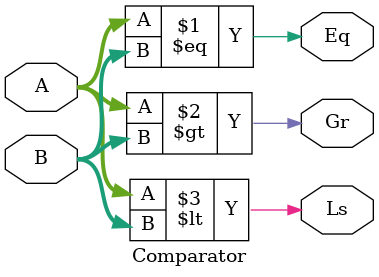
<source format=v>
module Comparator(A,B,Eq,Gr,Ls);
input [n-1:0]A,B; output Eq,Gr,Ls;
parameter n=8;
assign Eq = (A==B);
assign Gr = (A>B);
assign Ls = (A<B);
endmodule

</source>
